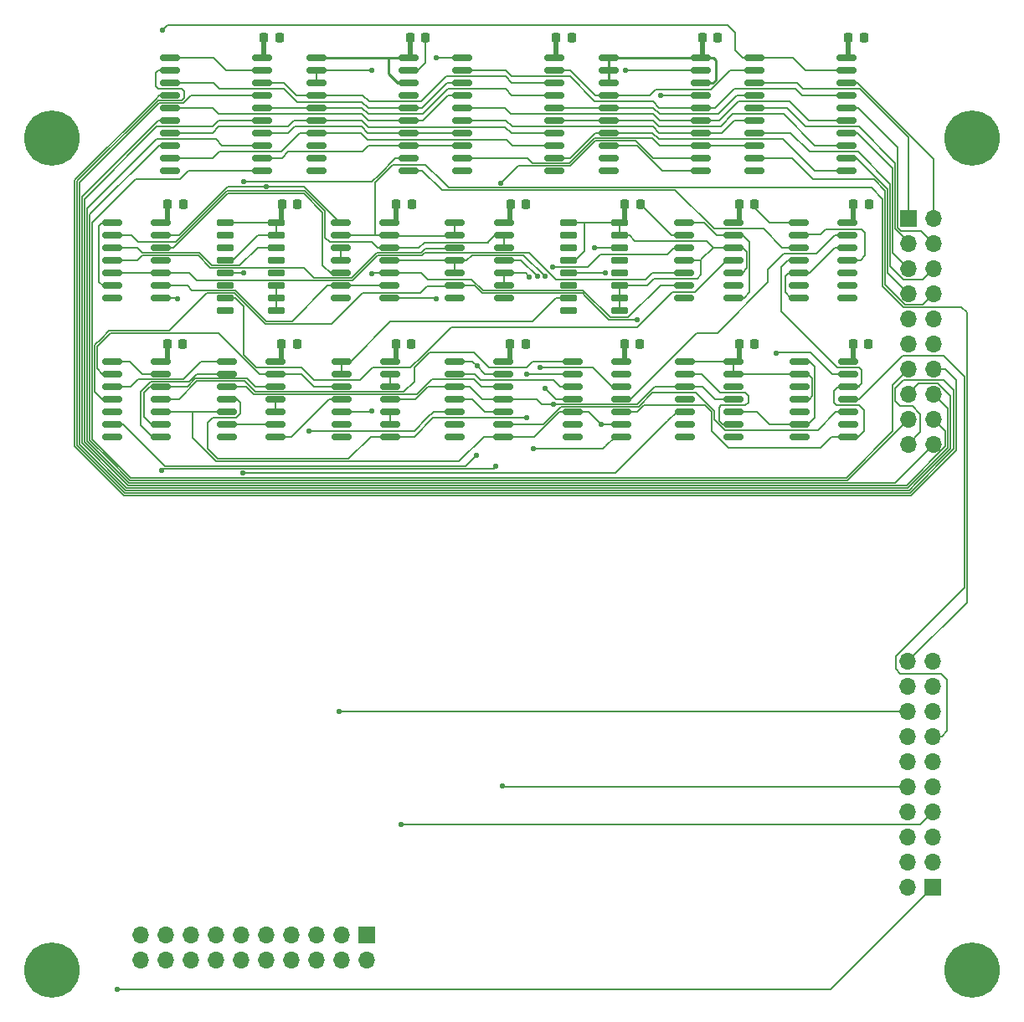
<source format=gbr>
G04 #@! TF.GenerationSoftware,KiCad,Pcbnew,(6.0.5)*
G04 #@! TF.CreationDate,2022-09-14T22:51:16+02:00*
G04 #@! TF.ProjectId,B3,42332e6b-6963-4616-945f-706362585858,rev?*
G04 #@! TF.SameCoordinates,Original*
G04 #@! TF.FileFunction,Copper,L1,Top*
G04 #@! TF.FilePolarity,Positive*
%FSLAX46Y46*%
G04 Gerber Fmt 4.6, Leading zero omitted, Abs format (unit mm)*
G04 Created by KiCad (PCBNEW (6.0.5)) date 2022-09-14 22:51:16*
%MOMM*%
%LPD*%
G01*
G04 APERTURE LIST*
G04 Aperture macros list*
%AMRoundRect*
0 Rectangle with rounded corners*
0 $1 Rounding radius*
0 $2 $3 $4 $5 $6 $7 $8 $9 X,Y pos of 4 corners*
0 Add a 4 corners polygon primitive as box body*
4,1,4,$2,$3,$4,$5,$6,$7,$8,$9,$2,$3,0*
0 Add four circle primitives for the rounded corners*
1,1,$1+$1,$2,$3*
1,1,$1+$1,$4,$5*
1,1,$1+$1,$6,$7*
1,1,$1+$1,$8,$9*
0 Add four rect primitives between the rounded corners*
20,1,$1+$1,$2,$3,$4,$5,0*
20,1,$1+$1,$4,$5,$6,$7,0*
20,1,$1+$1,$6,$7,$8,$9,0*
20,1,$1+$1,$8,$9,$2,$3,0*%
G04 Aperture macros list end*
G04 #@! TA.AperFunction,SMDPad,CuDef*
%ADD10RoundRect,0.225000X-0.225000X-0.250000X0.225000X-0.250000X0.225000X0.250000X-0.225000X0.250000X0*%
G04 #@! TD*
G04 #@! TA.AperFunction,SMDPad,CuDef*
%ADD11RoundRect,0.150000X-0.825000X-0.150000X0.825000X-0.150000X0.825000X0.150000X-0.825000X0.150000X0*%
G04 #@! TD*
G04 #@! TA.AperFunction,SMDPad,CuDef*
%ADD12RoundRect,0.150000X-0.725000X-0.150000X0.725000X-0.150000X0.725000X0.150000X-0.725000X0.150000X0*%
G04 #@! TD*
G04 #@! TA.AperFunction,SMDPad,CuDef*
%ADD13RoundRect,0.150000X-0.875000X-0.150000X0.875000X-0.150000X0.875000X0.150000X-0.875000X0.150000X0*%
G04 #@! TD*
G04 #@! TA.AperFunction,ComponentPad*
%ADD14R,1.700000X1.700000*%
G04 #@! TD*
G04 #@! TA.AperFunction,ComponentPad*
%ADD15O,1.700000X1.700000*%
G04 #@! TD*
G04 #@! TA.AperFunction,ComponentPad*
%ADD16C,5.600000*%
G04 #@! TD*
G04 #@! TA.AperFunction,ViaPad*
%ADD17C,0.560000*%
G04 #@! TD*
G04 #@! TA.AperFunction,Conductor*
%ADD18C,0.127000*%
G04 #@! TD*
G04 #@! TA.AperFunction,Conductor*
%ADD19C,0.500000*%
G04 #@! TD*
G04 #@! TA.AperFunction,Conductor*
%ADD20C,0.254000*%
G04 #@! TD*
G04 APERTURE END LIST*
D10*
X172896665Y-63570000D03*
X174446665Y-63570000D03*
X183945000Y-46740000D03*
X185495000Y-46740000D03*
D11*
X121059999Y-79490000D03*
X121059999Y-80760000D03*
X121059999Y-82030000D03*
X121059999Y-83300000D03*
X121059999Y-84570000D03*
X121059999Y-85840000D03*
X121059999Y-87110000D03*
X126009999Y-87110000D03*
X126009999Y-85840000D03*
X126009999Y-84570000D03*
X126009999Y-83300000D03*
X126009999Y-82030000D03*
X126009999Y-80760000D03*
X126009999Y-79490000D03*
D10*
X126625000Y-77700000D03*
X128175000Y-77700000D03*
D12*
X120938333Y-65465000D03*
X120938333Y-66735000D03*
X120938333Y-68005000D03*
X120938333Y-69275000D03*
X120938333Y-70545000D03*
X120938333Y-71815000D03*
X120938333Y-73085000D03*
X120938333Y-74355000D03*
X126088333Y-74355000D03*
X126088333Y-73085000D03*
X126088333Y-71815000D03*
X126088333Y-70545000D03*
X126088333Y-69275000D03*
X126088333Y-68005000D03*
X126088333Y-66735000D03*
X126088333Y-65465000D03*
D10*
X139612500Y-46740000D03*
X141162500Y-46740000D03*
D13*
X130125000Y-48765000D03*
X130125000Y-50035000D03*
X130125000Y-51305000D03*
X130125000Y-52575000D03*
X130125000Y-53845000D03*
X130125000Y-55115000D03*
X130125000Y-56385000D03*
X130125000Y-57655000D03*
X130125000Y-58925000D03*
X130125000Y-60195000D03*
X139425000Y-60195000D03*
X139425000Y-58925000D03*
X139425000Y-57655000D03*
X139425000Y-56385000D03*
X139425000Y-55115000D03*
X139425000Y-53845000D03*
X139425000Y-52575000D03*
X139425000Y-51305000D03*
X139425000Y-50035000D03*
X139425000Y-48765000D03*
D10*
X126663333Y-63570000D03*
X128213333Y-63570000D03*
D13*
X115350000Y-48765000D03*
X115350000Y-50035000D03*
X115350000Y-51305000D03*
X115350000Y-52575000D03*
X115350000Y-53845000D03*
X115350000Y-55115000D03*
X115350000Y-56385000D03*
X115350000Y-57655000D03*
X115350000Y-58925000D03*
X115350000Y-60195000D03*
X124650000Y-60195000D03*
X124650000Y-58925000D03*
X124650000Y-57655000D03*
X124650000Y-56385000D03*
X124650000Y-55115000D03*
X124650000Y-53845000D03*
X124650000Y-52575000D03*
X124650000Y-51305000D03*
X124650000Y-50035000D03*
X124650000Y-48765000D03*
D11*
X178891666Y-65420000D03*
X178891666Y-66690000D03*
X178891666Y-67960000D03*
X178891666Y-69230000D03*
X178891666Y-70500000D03*
X178891666Y-71770000D03*
X178891666Y-73040000D03*
X183841666Y-73040000D03*
X183841666Y-71770000D03*
X183841666Y-70500000D03*
X183841666Y-69230000D03*
X183841666Y-67960000D03*
X183841666Y-66690000D03*
X183841666Y-65420000D03*
D10*
X124835000Y-46740000D03*
X126385000Y-46740000D03*
X138221666Y-63570000D03*
X139771666Y-63570000D03*
D11*
X167328333Y-65420000D03*
X167328333Y-66690000D03*
X167328333Y-67960000D03*
X167328333Y-69230000D03*
X167328333Y-70500000D03*
X167328333Y-71770000D03*
X167328333Y-73040000D03*
X172278333Y-73040000D03*
X172278333Y-71770000D03*
X172278333Y-70500000D03*
X172278333Y-69230000D03*
X172278333Y-67960000D03*
X172278333Y-66690000D03*
X172278333Y-65420000D03*
D10*
X149745000Y-77700000D03*
X151295000Y-77700000D03*
D11*
X109475000Y-79490000D03*
X109475000Y-80760000D03*
X109475000Y-82030000D03*
X109475000Y-83300000D03*
X109475000Y-84570000D03*
X109475000Y-85840000D03*
X109475000Y-87110000D03*
X114425000Y-87110000D03*
X114425000Y-85840000D03*
X114425000Y-84570000D03*
X114425000Y-83300000D03*
X114425000Y-82030000D03*
X114425000Y-80760000D03*
X114425000Y-79490000D03*
D13*
X159675000Y-48765000D03*
X159675000Y-50035000D03*
X159675000Y-51305000D03*
X159675000Y-52575000D03*
X159675000Y-53845000D03*
X159675000Y-55115000D03*
X159675000Y-56385000D03*
X159675000Y-57655000D03*
X159675000Y-58925000D03*
X159675000Y-60195000D03*
X168975000Y-60195000D03*
X168975000Y-58925000D03*
X168975000Y-57655000D03*
X168975000Y-56385000D03*
X168975000Y-55115000D03*
X168975000Y-53845000D03*
X168975000Y-52575000D03*
X168975000Y-51305000D03*
X168975000Y-50035000D03*
X168975000Y-48765000D03*
D11*
X156021000Y-79490000D03*
X156021000Y-80760000D03*
X156021000Y-82030000D03*
X156021000Y-83300000D03*
X156021000Y-84570000D03*
X156021000Y-85840000D03*
X156021000Y-87110000D03*
X160971000Y-87110000D03*
X160971000Y-85840000D03*
X160971000Y-84570000D03*
X160971000Y-83300000D03*
X160971000Y-82030000D03*
X160971000Y-80760000D03*
X160971000Y-79490000D03*
X144083000Y-79490000D03*
X144083000Y-80760000D03*
X144083000Y-82030000D03*
X144083000Y-83300000D03*
X144083000Y-84570000D03*
X144083000Y-85840000D03*
X144083000Y-87110000D03*
X149033000Y-87110000D03*
X149033000Y-85840000D03*
X149033000Y-84570000D03*
X149033000Y-83300000D03*
X149033000Y-82030000D03*
X149033000Y-80760000D03*
X149033000Y-79490000D03*
D10*
X184425000Y-77700000D03*
X185975000Y-77700000D03*
D11*
X178984999Y-79490000D03*
X178984999Y-80760000D03*
X178984999Y-82030000D03*
X178984999Y-83300000D03*
X178984999Y-84570000D03*
X178984999Y-85840000D03*
X178984999Y-87110000D03*
X183934999Y-87110000D03*
X183934999Y-85840000D03*
X183934999Y-84570000D03*
X183934999Y-83300000D03*
X183934999Y-82030000D03*
X183934999Y-80760000D03*
X183934999Y-79490000D03*
D14*
X190000000Y-65000000D03*
D15*
X192540000Y-65000000D03*
X190000000Y-67540000D03*
X192540000Y-67540000D03*
X190000000Y-70080000D03*
X192540000Y-70080000D03*
X190000000Y-72620000D03*
X192540000Y-72620000D03*
X190000000Y-75160000D03*
X192540000Y-75160000D03*
X190000000Y-77700000D03*
X192540000Y-77700000D03*
X190000000Y-80240000D03*
X192540000Y-80240000D03*
X190000000Y-82780000D03*
X192540000Y-82780000D03*
X190000000Y-85320000D03*
X192540000Y-85320000D03*
X190000000Y-87860000D03*
X192540000Y-87860000D03*
D11*
X144130000Y-65470000D03*
X144130000Y-66740000D03*
X144130000Y-68010000D03*
X144130000Y-69280000D03*
X144130000Y-70550000D03*
X144130000Y-71820000D03*
X144130000Y-73090000D03*
X149080000Y-73090000D03*
X149080000Y-71820000D03*
X149080000Y-70550000D03*
X149080000Y-69280000D03*
X149080000Y-68010000D03*
X149080000Y-66740000D03*
X149080000Y-65470000D03*
D10*
X184455000Y-63570000D03*
X186005000Y-63570000D03*
D11*
X109475000Y-65480000D03*
X109475000Y-66750000D03*
X109475000Y-68020000D03*
X109475000Y-69290000D03*
X109475000Y-70560000D03*
X109475000Y-71830000D03*
X109475000Y-73100000D03*
X114425000Y-73100000D03*
X114425000Y-71830000D03*
X114425000Y-70560000D03*
X114425000Y-69290000D03*
X114425000Y-68020000D03*
X114425000Y-66750000D03*
X114425000Y-65480000D03*
D10*
X149779999Y-63570000D03*
X151329999Y-63570000D03*
X172865000Y-77700000D03*
X174415000Y-77700000D03*
D12*
X155645000Y-65465000D03*
X155645000Y-66735000D03*
X155645000Y-68005000D03*
X155645000Y-69275000D03*
X155645000Y-70545000D03*
X155645000Y-71815000D03*
X155645000Y-73085000D03*
X155645000Y-74355000D03*
X160795000Y-74355000D03*
X160795000Y-73085000D03*
X160795000Y-71815000D03*
X160795000Y-70545000D03*
X160795000Y-69275000D03*
X160795000Y-68005000D03*
X160795000Y-66735000D03*
X160795000Y-65465000D03*
D10*
X115105000Y-63570000D03*
X116655000Y-63570000D03*
X161305000Y-77700000D03*
X162855000Y-77700000D03*
D13*
X174450000Y-48765000D03*
X174450000Y-50035000D03*
X174450000Y-51305000D03*
X174450000Y-52575000D03*
X174450000Y-53845000D03*
X174450000Y-55115000D03*
X174450000Y-56385000D03*
X174450000Y-57655000D03*
X174450000Y-58925000D03*
X174450000Y-60195000D03*
X183750000Y-60195000D03*
X183750000Y-58925000D03*
X183750000Y-57655000D03*
X183750000Y-56385000D03*
X183750000Y-55115000D03*
X183750000Y-53845000D03*
X183750000Y-52575000D03*
X183750000Y-51305000D03*
X183750000Y-50035000D03*
X183750000Y-48765000D03*
D14*
X192500000Y-132660000D03*
D15*
X189960000Y-132660000D03*
X192500000Y-130120000D03*
X189960000Y-130120000D03*
X192500000Y-127580000D03*
X189960000Y-127580000D03*
X192500000Y-125040000D03*
X189960000Y-125040000D03*
X192500000Y-122500000D03*
X189960000Y-122500000D03*
X192500000Y-119960000D03*
X189960000Y-119960000D03*
X192500000Y-117420000D03*
X189960000Y-117420000D03*
X192500000Y-114880000D03*
X189960000Y-114880000D03*
X192500000Y-112340000D03*
X189960000Y-112340000D03*
X192500000Y-109800000D03*
X189960000Y-109800000D03*
D10*
X115065000Y-77700000D03*
X116615000Y-77700000D03*
X138185000Y-77700000D03*
X139735000Y-77700000D03*
D13*
X144900000Y-48765000D03*
X144900000Y-50035000D03*
X144900000Y-51305000D03*
X144900000Y-52575000D03*
X144900000Y-53845000D03*
X144900000Y-55115000D03*
X144900000Y-56385000D03*
X144900000Y-57655000D03*
X144900000Y-58925000D03*
X144900000Y-60195000D03*
X154200000Y-60195000D03*
X154200000Y-58925000D03*
X154200000Y-57655000D03*
X154200000Y-56385000D03*
X154200000Y-55115000D03*
X154200000Y-53845000D03*
X154200000Y-52575000D03*
X154200000Y-51305000D03*
X154200000Y-50035000D03*
X154200000Y-48765000D03*
D11*
X167399995Y-79490000D03*
X167399995Y-80760000D03*
X167399995Y-82030000D03*
X167399995Y-83300000D03*
X167399995Y-84570000D03*
X167399995Y-85840000D03*
X167399995Y-87110000D03*
X172349995Y-87110000D03*
X172349995Y-85840000D03*
X172349995Y-84570000D03*
X172349995Y-83300000D03*
X172349995Y-82030000D03*
X172349995Y-80760000D03*
X172349995Y-79490000D03*
D10*
X161338332Y-63570000D03*
X162888332Y-63570000D03*
X154390000Y-46740000D03*
X155940000Y-46740000D03*
D16*
X103406802Y-56930538D03*
D11*
X132644998Y-79490000D03*
X132644998Y-80760000D03*
X132644998Y-82030000D03*
X132644998Y-83300000D03*
X132644998Y-84570000D03*
X132644998Y-85840000D03*
X132644998Y-87110000D03*
X137594998Y-87110000D03*
X137594998Y-85840000D03*
X137594998Y-84570000D03*
X137594998Y-83300000D03*
X137594998Y-82030000D03*
X137594998Y-80760000D03*
X137594998Y-79490000D03*
D14*
X135200000Y-137500000D03*
D15*
X135200000Y-140040000D03*
X132660000Y-137500000D03*
X132660000Y-140040000D03*
X130120000Y-137500000D03*
X130120000Y-140040000D03*
X127580000Y-137500000D03*
X127580000Y-140040000D03*
X125040000Y-137500000D03*
X125040000Y-140040000D03*
X122500000Y-137500000D03*
X122500000Y-140040000D03*
X119960000Y-137500000D03*
X119960000Y-140040000D03*
X117420000Y-137500000D03*
X117420000Y-140040000D03*
X114880000Y-137500000D03*
X114880000Y-140040000D03*
X112340000Y-137500000D03*
X112340000Y-140040000D03*
D16*
X103406802Y-141055538D03*
D11*
X132601666Y-65480000D03*
X132601666Y-66750000D03*
X132601666Y-68020000D03*
X132601666Y-69290000D03*
X132601666Y-70560000D03*
X132601666Y-71830000D03*
X132601666Y-73100000D03*
X137551666Y-73100000D03*
X137551666Y-71830000D03*
X137551666Y-70560000D03*
X137551666Y-69290000D03*
X137551666Y-68020000D03*
X137551666Y-66750000D03*
X137551666Y-65480000D03*
D10*
X169167500Y-46740000D03*
X170717500Y-46740000D03*
D16*
X196406802Y-56930538D03*
X196406802Y-141055538D03*
D17*
X162570000Y-75270000D03*
X160971000Y-80760000D03*
X109990000Y-143010000D03*
X109475000Y-84570000D03*
X178891666Y-71768334D03*
X178891666Y-82038334D03*
X179530000Y-66680000D03*
X138670000Y-126360000D03*
X138270000Y-80760000D03*
X148900000Y-122470000D03*
X149080000Y-68000000D03*
X132450000Y-114910000D03*
X132601666Y-70560000D03*
X167399995Y-83300000D03*
X115040000Y-77840000D03*
X115090000Y-63677500D03*
X161300000Y-63687500D03*
X184450000Y-77697500D03*
X126088333Y-74355000D03*
X130130000Y-58920000D03*
X139590000Y-46967500D03*
X183890000Y-46700000D03*
X149720000Y-63667500D03*
X169140000Y-46957500D03*
X144083000Y-83300000D03*
X149720000Y-77697500D03*
X154350000Y-46967500D03*
X184430000Y-63617500D03*
X138220000Y-63697500D03*
X172865000Y-77700000D03*
X172870000Y-63637500D03*
X161305000Y-77700000D03*
X124800000Y-46957500D03*
X126550000Y-77637500D03*
X138160000Y-77697500D03*
X159640000Y-58910000D03*
X126610000Y-63677500D03*
X155960000Y-46770000D03*
X186000000Y-63570000D03*
X159640000Y-60180000D03*
X128260000Y-63590000D03*
X185950000Y-77710000D03*
X144070000Y-87120000D03*
X130120000Y-60200000D03*
X170720000Y-46730000D03*
X109450000Y-73110000D03*
X156000000Y-87110000D03*
X155640000Y-74360000D03*
X144900000Y-60200000D03*
X178220000Y-73040000D03*
X139770000Y-63550000D03*
X174450000Y-63570000D03*
X167400000Y-87110000D03*
X185490000Y-46710000D03*
X174480000Y-77710000D03*
X120920000Y-74350000D03*
X172350000Y-82030000D03*
X133300000Y-87110000D03*
X141160000Y-46750000D03*
X128140000Y-77680000D03*
X167330000Y-73040000D03*
X116560000Y-77680000D03*
X174440000Y-60200000D03*
X178340000Y-87110000D03*
X151320000Y-77710000D03*
X121050000Y-87120000D03*
X162900000Y-63570000D03*
X126380000Y-46770000D03*
X144130000Y-73090000D03*
X151290000Y-63540000D03*
X162840000Y-77760000D03*
X139700000Y-77710000D03*
X115350000Y-60195000D03*
X116710000Y-63590000D03*
X133220000Y-73080000D03*
X109430000Y-87140000D03*
X125039989Y-61790011D03*
X154200000Y-60195000D03*
X154060000Y-69930000D03*
X154070000Y-83810000D03*
X137551666Y-71830000D03*
X137594998Y-84570000D03*
X122800000Y-61320000D03*
X122720000Y-90783520D03*
X122800000Y-70570000D03*
X176590000Y-78630000D03*
X158920000Y-85830000D03*
X161390000Y-50060000D03*
X114425000Y-80760000D03*
X148250000Y-85840000D03*
X148260000Y-90140000D03*
X114520000Y-90510000D03*
X164930000Y-52590000D03*
X142240000Y-48768000D03*
X142240000Y-73152000D03*
X114554000Y-45974000D03*
X114425000Y-69290000D03*
X135760000Y-50050000D03*
X135750000Y-84550000D03*
X135750000Y-70590000D03*
X151420000Y-85160000D03*
X151420000Y-80790000D03*
X158230000Y-67960000D03*
X156670000Y-85840000D03*
X126009999Y-82030000D03*
X129360000Y-86550000D03*
X146360000Y-79940000D03*
X146290000Y-88960000D03*
X116090000Y-48760000D03*
X116120000Y-73130000D03*
X153250000Y-70920000D03*
X153260000Y-82230000D03*
X151670000Y-70940000D03*
X152090000Y-88350000D03*
X152710000Y-80140000D03*
X152480000Y-70920000D03*
X159390000Y-70560000D03*
X160300000Y-84570000D03*
X148730000Y-61450000D03*
X149620000Y-73070000D03*
D18*
X171640000Y-69230000D02*
X172278333Y-69230000D01*
X168410000Y-72460000D02*
X171640000Y-69230000D01*
X162550000Y-76020000D02*
X166110000Y-72460000D01*
X143771468Y-76020000D02*
X162550000Y-76020000D01*
X166110000Y-72460000D02*
X168410000Y-72460000D01*
X140855734Y-78935734D02*
X143771468Y-76020000D01*
X139661469Y-80130000D02*
X140855734Y-78935734D01*
X135781468Y-80130000D02*
X139661469Y-80130000D01*
X128610000Y-80110000D02*
X129900000Y-81400000D01*
X124068532Y-80110000D02*
X128610000Y-80110000D01*
X122775000Y-78816468D02*
X124068532Y-80110000D01*
X122775000Y-73955000D02*
X122775000Y-78816468D01*
X129900000Y-81400000D02*
X134511468Y-81400000D01*
X121905000Y-73085000D02*
X122775000Y-73955000D01*
X134511468Y-81400000D02*
X135781468Y-80130000D01*
X120938333Y-73085000D02*
X121905000Y-73085000D01*
X159822406Y-75027594D02*
X161662406Y-75027594D01*
X161662406Y-75027594D02*
X164920000Y-71770000D01*
X164920000Y-71770000D02*
X167328333Y-71770000D01*
X157262406Y-72467594D02*
X159822406Y-75027594D01*
X195890000Y-103870000D02*
X189960000Y-109800000D01*
X195890000Y-74540000D02*
X195890000Y-103870000D01*
X189524988Y-73983520D02*
X195333520Y-73983520D01*
X187409440Y-71867972D02*
X189524988Y-73983520D01*
X186250011Y-61920011D02*
X187409440Y-63079440D01*
X143490011Y-61920011D02*
X186250011Y-61920011D01*
X187409440Y-63079440D02*
X187409440Y-71867972D01*
X195333520Y-73983520D02*
X195890000Y-74540000D01*
X143315000Y-61745000D02*
X143490011Y-61920011D01*
X164185531Y-58925000D02*
X168975000Y-58925000D01*
X162810520Y-57549989D02*
X164185531Y-58925000D01*
X162389072Y-57128540D02*
X162810520Y-57549989D01*
X158349992Y-57128540D02*
X162389072Y-57128540D01*
X155809992Y-59668540D02*
X158349992Y-57128540D01*
X150511460Y-59668540D02*
X155809992Y-59668540D01*
X148730000Y-61450000D02*
X150511460Y-59668540D01*
X158244980Y-56875020D02*
X158894980Y-56875020D01*
X151955020Y-59415020D02*
X155704980Y-59415020D01*
X151465000Y-58925000D02*
X151955020Y-59415020D01*
X144900000Y-58925000D02*
X151465000Y-58925000D01*
X158894980Y-56875020D02*
X164105020Y-56875020D01*
X158243512Y-56875020D02*
X158894980Y-56875020D01*
X155704980Y-59415020D02*
X158244980Y-56875020D01*
X164885000Y-57655000D02*
X165475000Y-57655000D01*
X164105020Y-56875020D02*
X164885000Y-57655000D01*
X165475000Y-57655000D02*
X168975000Y-57655000D01*
X177260000Y-67960000D02*
X178891666Y-67960000D01*
X175380000Y-66080000D02*
X177260000Y-67960000D01*
X170324532Y-66080000D02*
X175380000Y-66080000D01*
X166418063Y-62173531D02*
X170324532Y-66080000D01*
X142823531Y-62173531D02*
X166418063Y-62173531D01*
X140845000Y-60195000D02*
X142823531Y-62173531D01*
X139425000Y-60195000D02*
X140845000Y-60195000D01*
X142810000Y-61240000D02*
X143315000Y-61745000D01*
X136030000Y-61388532D02*
X136979266Y-60439266D01*
X137828532Y-59590000D02*
X139150000Y-59590000D01*
X141160000Y-59590000D02*
X142810000Y-61240000D01*
X136979266Y-60439266D02*
X137828532Y-59590000D01*
X136030000Y-66750000D02*
X136030000Y-61388532D01*
X136030000Y-66750000D02*
X137551666Y-66750000D01*
X139150000Y-59590000D02*
X141160000Y-59590000D01*
X132601666Y-66750000D02*
X136030000Y-66750000D01*
X172278333Y-67960000D02*
X173212960Y-67960000D01*
X173696480Y-68443520D02*
X173696480Y-70016480D01*
X173212960Y-67960000D02*
X173696480Y-68443520D01*
X173212960Y-70500000D02*
X173696480Y-70016480D01*
X172278333Y-70500000D02*
X173212960Y-70500000D01*
X162558886Y-75281114D02*
X162570000Y-75270000D01*
X159841114Y-75281114D02*
X162558886Y-75281114D01*
X159717395Y-75281114D02*
X159841114Y-75281114D01*
X152010000Y-79490000D02*
X156021000Y-79490000D01*
X151400000Y-80100000D02*
X152010000Y-79490000D01*
X147620000Y-80100000D02*
X151400000Y-80100000D01*
X146080000Y-78560000D02*
X147620000Y-80100000D01*
X141590000Y-78560000D02*
X146080000Y-78560000D01*
X140010000Y-80140000D02*
X141590000Y-78560000D01*
X118014992Y-81503540D02*
X122872072Y-81503540D01*
X122872072Y-81503540D02*
X123924992Y-82556460D01*
X123924992Y-82556460D02*
X138963540Y-82556460D01*
X116218532Y-83300000D02*
X118014992Y-81503540D01*
X138963540Y-82556460D02*
X140010000Y-81510000D01*
X114425000Y-83300000D02*
X116218532Y-83300000D01*
X140010000Y-81510000D02*
X140010000Y-80140000D01*
X132644998Y-79490000D02*
X133620000Y-79490000D01*
X139230000Y-75480000D02*
X151970000Y-75480000D01*
X133620000Y-79490000D02*
X137630000Y-75480000D01*
X137630000Y-75480000D02*
X139230000Y-75480000D01*
X144180000Y-65520000D02*
X144130000Y-65470000D01*
X110732000Y-143002000D02*
X182158000Y-143002000D01*
X110732000Y-143002000D02*
X109998000Y-143002000D01*
X182158000Y-143002000D02*
X192500000Y-132660000D01*
X109998000Y-143002000D02*
X109990000Y-143010000D01*
X178900000Y-82030000D02*
X178891666Y-82038334D01*
X178984999Y-82030000D02*
X178900000Y-82030000D01*
X179530000Y-66680000D02*
X181140000Y-66680000D01*
X185273540Y-66163540D02*
X185600000Y-66490000D01*
X181656460Y-66163540D02*
X185273540Y-66163540D01*
X181140000Y-66680000D02*
X181656460Y-66163540D01*
X185600000Y-66490000D02*
X185600000Y-68780000D01*
X185150000Y-69230000D02*
X183841666Y-69230000D01*
X185600000Y-68780000D02*
X185150000Y-69230000D01*
X137594998Y-80760000D02*
X137594998Y-82030000D01*
X192500000Y-125040000D02*
X191190000Y-126350000D01*
X189390000Y-126350000D02*
X138490000Y-126350000D01*
X191190000Y-126350000D02*
X189390000Y-126350000D01*
X140514000Y-68020000D02*
X141081385Y-67452615D01*
X136346000Y-68020000D02*
X137551666Y-68020000D01*
X147462615Y-67437385D02*
X148160000Y-66740000D01*
X111454000Y-66750000D02*
X112105493Y-67401493D01*
X148930000Y-122500000D02*
X148900000Y-122470000D01*
X149080000Y-66740000D02*
X149080000Y-68000000D01*
X131000000Y-64308532D02*
X131000000Y-66942986D01*
X189960000Y-122500000D02*
X148930000Y-122500000D01*
X112105493Y-67401493D02*
X115958507Y-67401493D01*
X128951490Y-62260022D02*
X131000000Y-64308532D01*
X109475000Y-66750000D02*
X111454000Y-66750000D01*
X115958507Y-67401493D02*
X121099978Y-62260022D01*
X147462615Y-67452615D02*
X147462615Y-67437385D01*
X135727493Y-67401493D02*
X136346000Y-68020000D01*
X141081385Y-67452615D02*
X147462615Y-67452615D01*
X121099978Y-62260022D02*
X128951490Y-62260022D01*
X137551666Y-68020000D02*
X140514000Y-68020000D01*
X131000000Y-66942986D02*
X131458507Y-67401493D01*
X148160000Y-66740000D02*
X149080000Y-66740000D01*
X131458507Y-67401493D02*
X135727493Y-67401493D01*
X195636480Y-102383520D02*
X188720000Y-109300000D01*
X188720000Y-110600000D02*
X189190000Y-111070000D01*
X195636480Y-81046480D02*
X195636480Y-102383520D01*
X189390000Y-78960000D02*
X193550000Y-78960000D01*
X189190000Y-111070000D02*
X193330000Y-111070000D01*
X188720000Y-109300000D02*
X188720000Y-110600000D01*
X193330000Y-111070000D02*
X193920000Y-111660000D01*
X193390000Y-117420000D02*
X192500000Y-117420000D01*
X193550000Y-78960000D02*
X195636480Y-81046480D01*
X193920000Y-111660000D02*
X193920000Y-116890000D01*
X183934999Y-83300000D02*
X185050000Y-83300000D01*
X185050000Y-83300000D02*
X189390000Y-78960000D01*
X193920000Y-116890000D02*
X193390000Y-117420000D01*
X115698532Y-68020000D02*
X121204990Y-62513542D01*
X130746480Y-64413544D02*
X130746480Y-69746480D01*
X130746480Y-69746480D02*
X131560000Y-70560000D01*
X132480000Y-114880000D02*
X132450000Y-114910000D01*
X189960000Y-114880000D02*
X132480000Y-114880000D01*
X121204990Y-62513542D02*
X128846478Y-62513542D01*
X128846478Y-62513542D02*
X130746480Y-64413544D01*
X131560000Y-70560000D02*
X132601666Y-70560000D01*
X114425000Y-68020000D02*
X115698532Y-68020000D01*
X144135000Y-66810000D02*
X144135000Y-65540000D01*
X137611666Y-66810000D02*
X137551666Y-66750000D01*
X144135000Y-66810000D02*
X137611666Y-66810000D01*
X190000000Y-56830000D02*
X190000000Y-65000000D01*
X174450000Y-51305000D02*
X178705000Y-51305000D01*
X179320000Y-51920000D02*
X185090000Y-51920000D01*
X178705000Y-51305000D02*
X179320000Y-51920000D01*
X185090000Y-51920000D02*
X190000000Y-56830000D01*
X192540000Y-59011468D02*
X192540000Y-65000000D01*
X183750000Y-51305000D02*
X184833532Y-51305000D01*
X184833532Y-51305000D02*
X192540000Y-59011468D01*
X188686480Y-59426480D02*
X188686480Y-66065011D01*
X177745000Y-53845000D02*
X179630000Y-55730000D01*
X189921468Y-67300000D02*
X189940000Y-67300000D01*
X188686480Y-66065011D02*
X189921468Y-67300000D01*
X174450000Y-53845000D02*
X177745000Y-53845000D01*
X179630000Y-55730000D02*
X184990000Y-55730000D01*
X189940000Y-67300000D02*
X189940000Y-67480000D01*
X189940000Y-67480000D02*
X190000000Y-67540000D01*
X184990000Y-55730000D02*
X188686480Y-59426480D01*
X189280000Y-66300000D02*
X191300000Y-66300000D01*
X183750000Y-53845000D02*
X184925000Y-53845000D01*
X184925000Y-53845000D02*
X188940000Y-57860000D01*
X191300000Y-66300000D02*
X192540000Y-67540000D01*
X188940000Y-65960000D02*
X189280000Y-66300000D01*
X188940000Y-57860000D02*
X188940000Y-65960000D01*
X183750000Y-56385000D02*
X184855000Y-56385000D01*
X184855000Y-56385000D02*
X188432960Y-59962960D01*
X188432960Y-68512960D02*
X190000000Y-70080000D01*
X188432960Y-59962960D02*
X188432960Y-68512960D01*
X188170000Y-69870000D02*
X189490000Y-71190000D01*
X179990000Y-58280000D02*
X184900000Y-58280000D01*
X178095000Y-56385000D02*
X179990000Y-58280000D01*
X184900000Y-58280000D02*
X188170000Y-61550000D01*
X188170000Y-61550000D02*
X188170000Y-69870000D01*
X174450000Y-56385000D02*
X178095000Y-56385000D01*
X189490000Y-71190000D02*
X191430000Y-71190000D01*
X191430000Y-71190000D02*
X192540000Y-70080000D01*
X187916480Y-62086480D02*
X187916480Y-70536480D01*
X187916480Y-70536480D02*
X190000000Y-72620000D01*
X184755000Y-58925000D02*
X187916480Y-62086480D01*
X183750000Y-58925000D02*
X184755000Y-58925000D01*
X192540000Y-72620000D02*
X191430000Y-73730000D01*
X187662960Y-71762960D02*
X187662960Y-62217040D01*
X174450000Y-58925000D02*
X178245000Y-58925000D01*
X178245000Y-58925000D02*
X180380000Y-61060000D01*
X180380000Y-61060000D02*
X186505920Y-61060000D01*
X189630000Y-73730000D02*
X187662960Y-71762960D01*
X191430000Y-73730000D02*
X189630000Y-73730000D01*
X186505920Y-61060000D02*
X187662960Y-62217040D01*
D19*
X149204995Y-79487500D02*
X149715000Y-79487500D01*
D18*
X167328333Y-69230000D02*
X169020000Y-69230000D01*
D19*
X124795000Y-48747500D02*
X124800000Y-48742500D01*
X139585000Y-48757500D02*
X139590000Y-48752500D01*
X184450000Y-79482500D02*
X184450000Y-77697500D01*
D18*
X160795000Y-73085000D02*
X160795000Y-74355000D01*
D19*
X137704995Y-65487500D02*
X138215000Y-65487500D01*
X172354995Y-65427500D02*
X172865000Y-65427500D01*
X160971000Y-79490000D02*
X161310000Y-79490000D01*
D18*
X160795000Y-71815000D02*
X163555000Y-71815000D01*
D19*
X154345000Y-48757500D02*
X154350000Y-48752500D01*
X172349995Y-79490000D02*
X172860000Y-79490000D01*
X149715000Y-65457500D02*
X149720000Y-65452500D01*
X160784995Y-65477500D02*
X161295000Y-65477500D01*
D20*
X170265000Y-48765000D02*
X170530000Y-49030000D01*
D18*
X157215000Y-65465000D02*
X160795000Y-65465000D01*
X120938333Y-69275000D02*
X121695000Y-69275000D01*
X178984999Y-80760000D02*
X179870000Y-80760000D01*
X180310000Y-81200000D02*
X180310000Y-82980000D01*
X147140000Y-84570000D02*
X149033000Y-84570000D01*
D19*
X114524995Y-79507500D02*
X115035000Y-79507500D01*
X115035000Y-79507500D02*
X115040000Y-79502500D01*
D20*
X170530000Y-49030000D02*
X170530000Y-51041666D01*
D18*
X120938333Y-65465000D02*
X126088333Y-65465000D01*
D20*
X159675000Y-50035000D02*
X159675000Y-51305000D01*
D19*
X161300000Y-65472500D02*
X161300000Y-63687500D01*
X115090000Y-65462500D02*
X115090000Y-63677500D01*
X138215000Y-65487500D02*
X138220000Y-65482500D01*
D18*
X169640000Y-67310000D02*
X170290000Y-67960000D01*
D20*
X137405000Y-48765000D02*
X139425000Y-48765000D01*
D19*
X183890000Y-48752500D02*
X183885000Y-48757500D01*
D18*
X170290000Y-67960000D02*
X172278333Y-67960000D01*
X160795000Y-71815000D02*
X160795000Y-73085000D01*
D19*
X169135000Y-48747500D02*
X169140000Y-48742500D01*
X115040000Y-79502500D02*
X115040000Y-77840000D01*
D18*
X155645000Y-69275000D02*
X156265000Y-69275000D01*
D19*
X115085000Y-65467500D02*
X115090000Y-65462500D01*
D20*
X126625000Y-77700000D02*
X126612500Y-77700000D01*
D19*
X126550000Y-77670000D02*
X126550000Y-77637500D01*
X126034995Y-79427500D02*
X126545000Y-79427500D01*
X161310000Y-79490000D02*
X161310000Y-77705000D01*
X161310000Y-77705000D02*
X161305000Y-77700000D01*
D18*
X162350000Y-67310000D02*
X169640000Y-67310000D01*
D19*
X161295000Y-65477500D02*
X161300000Y-65472500D01*
D18*
X155645000Y-65465000D02*
X157215000Y-65465000D01*
X126088333Y-73085000D02*
X126088333Y-74355000D01*
D20*
X138325000Y-51305000D02*
X137405000Y-50385000D01*
D18*
X160795000Y-66735000D02*
X160795000Y-65465000D01*
X169040000Y-70710000D02*
X169040000Y-69210000D01*
D19*
X183890000Y-46700000D02*
X183890000Y-48752500D01*
D18*
X169040000Y-69210000D02*
X170290000Y-67960000D01*
D19*
X172865000Y-79485000D02*
X172865000Y-77700000D01*
D18*
X121695000Y-69275000D02*
X124235000Y-66735000D01*
X164250000Y-71120000D02*
X168630000Y-71120000D01*
D19*
X169140000Y-48742500D02*
X169140000Y-46957500D01*
D18*
X156265000Y-69275000D02*
X157215000Y-68325000D01*
D19*
X183914995Y-65407500D02*
X184425000Y-65407500D01*
D20*
X159675000Y-48765000D02*
X168975000Y-48765000D01*
D19*
X138220000Y-65482500D02*
X138220000Y-63697500D01*
X138155000Y-79487500D02*
X138160000Y-79482500D01*
X126605000Y-65467500D02*
X126610000Y-65462500D01*
D18*
X124235000Y-66735000D02*
X126088333Y-66735000D01*
X159675000Y-58925000D02*
X159655000Y-58925000D01*
D19*
X115040000Y-77840000D02*
X115040000Y-77717500D01*
X172860000Y-79490000D02*
X172865000Y-79485000D01*
D18*
X168630000Y-71120000D02*
X169040000Y-70710000D01*
D19*
X149720000Y-79482500D02*
X149720000Y-77697500D01*
D18*
X126088333Y-65465000D02*
X126088333Y-66735000D01*
D19*
X184425000Y-65407500D02*
X184430000Y-65402500D01*
X138160000Y-79482500D02*
X138160000Y-77697500D01*
D18*
X169020000Y-69230000D02*
X169040000Y-69210000D01*
X167399995Y-79490000D02*
X172349995Y-79490000D01*
X178984999Y-83300000D02*
X179990000Y-83300000D01*
D19*
X149204995Y-65457500D02*
X149715000Y-65457500D01*
D18*
X161775000Y-66735000D02*
X162350000Y-67310000D01*
D19*
X139590000Y-48752500D02*
X139590000Y-46967500D01*
X172865000Y-65427500D02*
X172870000Y-65422500D01*
D20*
X139425000Y-51305000D02*
X138325000Y-51305000D01*
X170530000Y-51041666D02*
X170215833Y-51355833D01*
X168975000Y-48765000D02*
X170265000Y-48765000D01*
X159675000Y-48765000D02*
X159675000Y-50035000D01*
D19*
X126545000Y-79427500D02*
X126550000Y-79422500D01*
D18*
X130125000Y-58925000D02*
X130130000Y-58920000D01*
X145870000Y-83300000D02*
X147140000Y-84570000D01*
X172349995Y-80760000D02*
X178984999Y-80760000D01*
D19*
X184430000Y-65402500D02*
X184430000Y-63617500D01*
D18*
X144083000Y-83300000D02*
X145870000Y-83300000D01*
D19*
X172870000Y-65422500D02*
X172870000Y-63637500D01*
D20*
X170215833Y-51355833D02*
X169025833Y-51355833D01*
X126612500Y-77700000D02*
X126550000Y-77637500D01*
D18*
X179870000Y-80760000D02*
X180310000Y-81200000D01*
X163555000Y-71815000D02*
X164250000Y-71120000D01*
X172349995Y-79490000D02*
X172349995Y-80760000D01*
D19*
X149720000Y-65452500D02*
X149720000Y-63667500D01*
X154350000Y-48752500D02*
X154350000Y-46967500D01*
D20*
X137405000Y-50385000D02*
X137405000Y-48765000D01*
D18*
X179990000Y-83300000D02*
X180310000Y-82980000D01*
X160795000Y-66735000D02*
X161775000Y-66735000D01*
D19*
X126094995Y-65467500D02*
X126605000Y-65467500D01*
D20*
X130125000Y-48765000D02*
X137405000Y-48765000D01*
X169025833Y-51355833D02*
X168975000Y-51305000D01*
D19*
X183934995Y-79487500D02*
X184445000Y-79487500D01*
X184445000Y-79487500D02*
X184450000Y-79482500D01*
D18*
X159655000Y-58925000D02*
X159640000Y-58910000D01*
X157215000Y-68325000D02*
X157215000Y-65465000D01*
D19*
X149715000Y-79487500D02*
X149720000Y-79482500D01*
X124800000Y-48742500D02*
X124800000Y-46957500D01*
D18*
X126088333Y-71815000D02*
X126088333Y-73085000D01*
D19*
X126610000Y-65462500D02*
X126610000Y-63677500D01*
X126550000Y-79422500D02*
X126550000Y-77670000D01*
X114574995Y-65467500D02*
X115085000Y-65467500D01*
X137644995Y-79487500D02*
X138155000Y-79487500D01*
D18*
X159675000Y-60195000D02*
X159655000Y-60195000D01*
X178220000Y-73040000D02*
X178090000Y-73040000D01*
X133200000Y-73100000D02*
X133220000Y-73080000D01*
X178090000Y-73040000D02*
X177550000Y-72500000D01*
X178891666Y-73040000D02*
X178220000Y-73040000D01*
X177550000Y-70850000D02*
X177900000Y-70500000D01*
X177900000Y-70500000D02*
X178891666Y-70500000D01*
X141160000Y-49270000D02*
X141160000Y-46750000D01*
X172349995Y-82030000D02*
X172350000Y-82030000D01*
X180010000Y-70500000D02*
X182550000Y-67960000D01*
X159655000Y-60195000D02*
X159640000Y-60180000D01*
X178891666Y-70500000D02*
X180010000Y-70500000D01*
X178891666Y-65420000D02*
X175970000Y-65420000D01*
X130125000Y-60195000D02*
X130120000Y-60200000D01*
X139425000Y-50035000D02*
X140395000Y-50035000D01*
X132601666Y-73100000D02*
X133200000Y-73100000D01*
X167328333Y-66690000D02*
X166020000Y-66690000D01*
X174450000Y-63900000D02*
X174450000Y-63570000D01*
X166020000Y-66690000D02*
X162900000Y-63570000D01*
X182550000Y-67960000D02*
X183841666Y-67960000D01*
X177550000Y-72500000D02*
X177550000Y-70850000D01*
X140395000Y-50035000D02*
X141160000Y-49270000D01*
X175970000Y-65420000D02*
X174450000Y-63900000D01*
X117195000Y-60195000D02*
X116320000Y-61070000D01*
X188390000Y-81850000D02*
X190000000Y-80240000D01*
X107470000Y-65470000D02*
X107470000Y-87350000D01*
X107470000Y-87350000D02*
X111373531Y-91253531D01*
X124650000Y-60195000D02*
X117195000Y-60195000D01*
X183707937Y-91253531D02*
X188390000Y-86571468D01*
X111870000Y-61070000D02*
X107470000Y-65470000D01*
X188390000Y-86571468D02*
X188390000Y-81850000D01*
X116320000Y-61070000D02*
X111870000Y-61070000D01*
X111373531Y-91253531D02*
X183707937Y-91253531D01*
X191544273Y-91764273D02*
X194843511Y-88465035D01*
X105680000Y-88077064D02*
X110642936Y-93040000D01*
X110642936Y-93040000D02*
X190268545Y-93040000D01*
X190268545Y-93040000D02*
X191544273Y-91764273D01*
X194843511Y-81341430D02*
X193742081Y-80240000D01*
X194843511Y-88465035D02*
X194843511Y-87183511D01*
X113856480Y-52974989D02*
X105680000Y-61151469D01*
X193742081Y-80240000D02*
X192540000Y-80240000D01*
X115350000Y-52575000D02*
X114256468Y-52575000D01*
X105680000Y-61151469D02*
X105680000Y-88077064D01*
X194843511Y-87183511D02*
X194843511Y-81341430D01*
X114256468Y-52575000D02*
X113856480Y-52974989D01*
X106192960Y-87872960D02*
X110846534Y-92526534D01*
X114206489Y-53343511D02*
X106192960Y-61357040D01*
X116665007Y-53333511D02*
X116655007Y-53333511D01*
X106192960Y-61357040D02*
X106192960Y-87872960D01*
X190880741Y-91710741D02*
X194276489Y-88314993D01*
X110846534Y-92526534D02*
X190064948Y-92526534D01*
X191046489Y-81733511D02*
X190000000Y-82780000D01*
X193004993Y-81733511D02*
X191046489Y-81733511D01*
X117423518Y-52575000D02*
X116665007Y-53333511D01*
X194276489Y-88314993D02*
X194276489Y-83005007D01*
X116645007Y-53343511D02*
X114206489Y-53343511D01*
X194276489Y-83005007D02*
X193004993Y-81733511D01*
X116655007Y-53333511D02*
X116645007Y-53343511D01*
X124650000Y-52575000D02*
X117423518Y-52575000D01*
X190064948Y-92526534D02*
X190880741Y-91710741D01*
X106446480Y-87760608D02*
X110958888Y-92273014D01*
X189959950Y-92273014D02*
X194022978Y-88209986D01*
X115350000Y-55115000D02*
X114135000Y-55115000D01*
X114135000Y-55115000D02*
X106446480Y-62803520D01*
X110958888Y-92273014D02*
X189959950Y-92273014D01*
X106446480Y-62803520D02*
X106446480Y-87760608D01*
X194022978Y-88209986D02*
X194022978Y-84262978D01*
X194022978Y-84262978D02*
X192540000Y-82780000D01*
X109275734Y-89514266D02*
X111040734Y-91279266D01*
X107216480Y-64653520D02*
X107216480Y-87455012D01*
X111273922Y-91512454D02*
X111040734Y-91279266D01*
X115350000Y-57655000D02*
X114215000Y-57655000D01*
X111040734Y-91279266D02*
X111268520Y-91507051D01*
X107216480Y-87455012D02*
X109275734Y-89514266D01*
X183807546Y-91512454D02*
X111273922Y-91512454D01*
X190000000Y-85320000D02*
X183807546Y-91512454D01*
X114215000Y-57655000D02*
X107216480Y-64653520D01*
X124650000Y-55115000D02*
X120265000Y-55115000D01*
X114000000Y-55760000D02*
X106700000Y-63060000D01*
X193769467Y-88104979D02*
X193769468Y-86549468D01*
X119620000Y-55760000D02*
X114000000Y-55760000D01*
X193769468Y-86549468D02*
X192540000Y-85320000D01*
X106700000Y-87655596D02*
X111063899Y-92019494D01*
X106700000Y-63060000D02*
X106700000Y-87655596D01*
X189854952Y-92019494D02*
X193769467Y-88104979D01*
X120265000Y-55115000D02*
X119620000Y-55760000D01*
X111063899Y-92019494D02*
X189854952Y-92019494D01*
X110741523Y-92780054D02*
X190169960Y-92780054D01*
X116750000Y-52830000D02*
X116500000Y-53080000D01*
X114110000Y-53080000D02*
X105939440Y-61250560D01*
X105939440Y-61250560D02*
X105939440Y-87977972D01*
X116500000Y-53080000D02*
X114110000Y-53080000D01*
X113870000Y-51620000D02*
X114160000Y-51910000D01*
X114125000Y-50035000D02*
X113870000Y-50290000D01*
X105939440Y-87977972D02*
X110741523Y-92780054D01*
X191220000Y-86640000D02*
X191220000Y-84850000D01*
X189180000Y-84030000D02*
X188650000Y-83500000D01*
X190400000Y-84030000D02*
X189180000Y-84030000D01*
X115350000Y-50035000D02*
X114125000Y-50035000D01*
X194590000Y-82410000D02*
X194590000Y-88130000D01*
X193590000Y-81410000D02*
X194590000Y-82410000D01*
X191220000Y-84850000D02*
X190400000Y-84030000D01*
X188650000Y-83500000D02*
X188650000Y-82230000D01*
X194590000Y-88360014D02*
X194590000Y-88130000D01*
X188650000Y-82230000D02*
X189470000Y-81410000D01*
X113870000Y-50290000D02*
X113870000Y-51620000D01*
X189470000Y-81410000D02*
X193590000Y-81410000D01*
X190000000Y-87860000D02*
X191220000Y-86640000D01*
X114160000Y-51910000D02*
X116500000Y-51910000D01*
X116500000Y-51910000D02*
X116750000Y-52160000D01*
X190169960Y-92780054D02*
X194590000Y-88360014D01*
X116750000Y-52160000D02*
X116750000Y-52830000D01*
X106962960Y-64007040D02*
X106962960Y-87560024D01*
X124650000Y-57655000D02*
X120605000Y-57655000D01*
X106962960Y-87560024D02*
X111168910Y-91765974D01*
X188634026Y-91765974D02*
X192540000Y-87860000D01*
X113970000Y-57000000D02*
X106962960Y-64007040D01*
X120605000Y-57655000D02*
X119950000Y-57000000D01*
X111168910Y-91765974D02*
X188634026Y-91765974D01*
X119950000Y-57000000D02*
X113970000Y-57000000D01*
X121209989Y-61790011D02*
X125039989Y-61790011D01*
X116250000Y-66750000D02*
X121209989Y-61790011D01*
X114425000Y-66750000D02*
X116250000Y-66750000D01*
X125039989Y-61790011D02*
X128840011Y-61790011D01*
X132530000Y-65480000D02*
X132601666Y-65480000D01*
X128840011Y-61790011D02*
X132530000Y-65480000D01*
X169170000Y-82030000D02*
X167399995Y-82030000D01*
X154070000Y-83810000D02*
X162610000Y-83810000D01*
X165610000Y-68640000D02*
X158860000Y-68640000D01*
X166290000Y-67960000D02*
X165610000Y-68640000D01*
X172349995Y-83300000D02*
X170440000Y-83300000D01*
X145640000Y-82030000D02*
X144083000Y-82030000D01*
X157570000Y-69930000D02*
X154060000Y-69930000D01*
X149033000Y-83300000D02*
X152390000Y-83300000D01*
X140150000Y-83300000D02*
X141420000Y-82030000D01*
X164390000Y-82030000D02*
X167399995Y-82030000D01*
X152900000Y-83810000D02*
X154070000Y-83810000D01*
X141420000Y-82030000D02*
X144083000Y-82030000D01*
X162610000Y-83810000D02*
X164390000Y-82030000D01*
X158860000Y-68640000D02*
X157570000Y-69930000D01*
X167328333Y-67960000D02*
X166290000Y-67960000D01*
X137594998Y-83300000D02*
X140150000Y-83300000D01*
X152390000Y-83300000D02*
X152900000Y-83810000D01*
X146910000Y-83300000D02*
X145640000Y-82030000D01*
X149033000Y-83300000D02*
X146910000Y-83300000D01*
X170440000Y-83300000D02*
X169170000Y-82030000D01*
X135470000Y-53220000D02*
X140730000Y-53220000D01*
X149895000Y-51305000D02*
X154200000Y-51305000D01*
X134825000Y-52575000D02*
X135470000Y-53220000D01*
X130125000Y-52575000D02*
X134825000Y-52575000D01*
X128125000Y-52575000D02*
X130125000Y-52575000D01*
X140730000Y-53220000D02*
X143300000Y-50650000D01*
X149240000Y-50650000D02*
X149895000Y-51305000D01*
X124650000Y-51305000D02*
X126855000Y-51305000D01*
X126855000Y-51305000D02*
X128125000Y-52575000D01*
X143300000Y-50650000D02*
X149240000Y-50650000D01*
X140880000Y-54480000D02*
X143410000Y-51950000D01*
X135380000Y-54480000D02*
X140880000Y-54480000D01*
X149885000Y-52575000D02*
X154200000Y-52575000D01*
X143410000Y-51950000D02*
X149260000Y-51950000D01*
X149260000Y-51950000D02*
X149885000Y-52575000D01*
X130125000Y-53845000D02*
X124650000Y-53845000D01*
X134745000Y-53845000D02*
X135380000Y-54480000D01*
X130125000Y-53845000D02*
X134745000Y-53845000D01*
X127885000Y-55115000D02*
X127260000Y-55740000D01*
X120270000Y-55740000D02*
X119625000Y-56385000D01*
X130125000Y-55115000D02*
X127885000Y-55115000D01*
X135380000Y-55770000D02*
X149230000Y-55770000D01*
X130125000Y-55115000D02*
X134725000Y-55115000D01*
X134725000Y-55115000D02*
X135380000Y-55770000D01*
X119625000Y-56385000D02*
X115350000Y-56385000D01*
X149845000Y-56385000D02*
X154200000Y-56385000D01*
X149230000Y-55770000D02*
X149845000Y-56385000D01*
X127260000Y-55740000D02*
X120270000Y-55740000D01*
X149390000Y-57070000D02*
X149975000Y-57655000D01*
X130125000Y-56385000D02*
X134635000Y-56385000D01*
X128475000Y-56385000D02*
X130125000Y-56385000D01*
X149975000Y-57655000D02*
X154200000Y-57655000D01*
X115350000Y-58925000D02*
X119635000Y-58925000D01*
X134635000Y-56385000D02*
X135320000Y-57070000D01*
X120290000Y-58270000D02*
X126590000Y-58270000D01*
X126590000Y-58270000D02*
X128475000Y-56385000D01*
X119635000Y-58925000D02*
X120290000Y-58270000D01*
X135320000Y-57070000D02*
X149390000Y-57070000D01*
X139425000Y-57655000D02*
X144900000Y-57655000D01*
X134770000Y-58270000D02*
X135385000Y-57655000D01*
X135385000Y-57655000D02*
X139425000Y-57655000D01*
X124650000Y-58925000D02*
X126645000Y-58925000D01*
X127300000Y-58270000D02*
X134770000Y-58270000D01*
X126645000Y-58925000D02*
X127300000Y-58270000D01*
X135345000Y-56385000D02*
X139425000Y-56385000D01*
X127295000Y-56385000D02*
X127930000Y-55750000D01*
X127930000Y-55750000D02*
X134710000Y-55750000D01*
X124650000Y-56385000D02*
X127295000Y-56385000D01*
X139425000Y-56385000D02*
X144900000Y-56385000D01*
X134710000Y-55750000D02*
X135345000Y-56385000D01*
X140905000Y-55115000D02*
X143445000Y-52575000D01*
X134740000Y-54450000D02*
X135405000Y-55115000D01*
X115350000Y-53845000D02*
X119615000Y-53845000D01*
X119615000Y-53845000D02*
X120220000Y-54450000D01*
X143445000Y-52575000D02*
X144900000Y-52575000D01*
X120220000Y-54450000D02*
X134740000Y-54450000D01*
X135405000Y-55115000D02*
X139425000Y-55115000D01*
X139425000Y-55115000D02*
X140905000Y-55115000D01*
X139425000Y-53845000D02*
X140795000Y-53845000D01*
X120320000Y-51920000D02*
X126850000Y-51920000D01*
X135355000Y-53845000D02*
X139425000Y-53845000D01*
X140795000Y-53845000D02*
X143335000Y-51305000D01*
X134740000Y-53230000D02*
X135355000Y-53845000D01*
X126850000Y-51920000D02*
X128160000Y-53230000D01*
X128160000Y-53230000D02*
X134740000Y-53230000D01*
X143335000Y-51305000D02*
X144900000Y-51305000D01*
X115350000Y-51305000D02*
X119705000Y-51305000D01*
X119705000Y-51305000D02*
X120320000Y-51920000D01*
X132601666Y-69290000D02*
X132601666Y-68020000D01*
X154200000Y-58925000D02*
X155835000Y-58925000D01*
X177342500Y-57000000D02*
X164740000Y-57000000D01*
X164125000Y-56385000D02*
X159675000Y-56385000D01*
X183750000Y-60195000D02*
X180537500Y-60195000D01*
X155835000Y-58925000D02*
X158375000Y-56385000D01*
X158375000Y-56385000D02*
X159675000Y-56385000D01*
X180537500Y-60195000D02*
X177342500Y-57000000D01*
X164740000Y-57000000D02*
X164125000Y-56385000D01*
X168975000Y-57655000D02*
X174450000Y-57655000D01*
X164145000Y-55115000D02*
X159675000Y-55115000D01*
X183750000Y-57655000D02*
X180532500Y-57655000D01*
X164760000Y-55730000D02*
X164145000Y-55115000D01*
X180532500Y-57655000D02*
X177347500Y-54470000D01*
X177347500Y-54470000D02*
X172260000Y-54470000D01*
X171000000Y-55730000D02*
X164760000Y-55730000D01*
X154200000Y-55115000D02*
X159675000Y-55115000D01*
X172260000Y-54470000D02*
X171000000Y-55730000D01*
X172405000Y-55115000D02*
X174450000Y-55115000D01*
X171135000Y-56385000D02*
X172405000Y-55115000D01*
X149295000Y-55115000D02*
X149930000Y-55750000D01*
X144900000Y-55115000D02*
X149295000Y-55115000D01*
X164160000Y-55750000D02*
X164795000Y-56385000D01*
X168975000Y-56385000D02*
X171135000Y-56385000D01*
X164795000Y-56385000D02*
X168975000Y-56385000D01*
X149930000Y-55750000D02*
X164160000Y-55750000D01*
X172685000Y-52575000D02*
X174450000Y-52575000D01*
X159675000Y-53845000D02*
X164185000Y-53845000D01*
X164830000Y-54490000D02*
X170770000Y-54490000D01*
X164185000Y-53845000D02*
X164830000Y-54490000D01*
X154200000Y-53845000D02*
X159675000Y-53845000D01*
X170770000Y-54490000D02*
X172685000Y-52575000D01*
X179902500Y-55115000D02*
X177977500Y-53190000D01*
X149800000Y-54460000D02*
X164180000Y-54460000D01*
X144900000Y-53845000D02*
X149185000Y-53845000D01*
X164180000Y-54460000D02*
X164835000Y-55115000D01*
X164835000Y-55115000D02*
X168975000Y-55115000D01*
X183750000Y-55115000D02*
X179902500Y-55115000D01*
X172820000Y-53190000D02*
X177977500Y-53190000D01*
X170895000Y-55115000D02*
X172820000Y-53190000D01*
X149185000Y-53845000D02*
X149800000Y-54460000D01*
X168975000Y-55115000D02*
X170895000Y-55115000D01*
X155815000Y-50035000D02*
X158355000Y-52575000D01*
X174450000Y-50035000D02*
X171985000Y-50035000D01*
X170060000Y-51960000D02*
X164420000Y-51960000D01*
X164420000Y-51960000D02*
X163805000Y-52575000D01*
X158355000Y-52575000D02*
X159675000Y-52575000D01*
X154200000Y-50035000D02*
X155815000Y-50035000D01*
X171985000Y-50035000D02*
X170060000Y-51960000D01*
X163805000Y-52575000D02*
X159675000Y-52575000D01*
X164150000Y-53180000D02*
X164815000Y-53845000D01*
X179267500Y-52575000D02*
X178612500Y-51920000D01*
X144900000Y-50035000D02*
X149275000Y-50035000D01*
X155780000Y-50670000D02*
X158290000Y-53180000D01*
X149275000Y-50035000D02*
X149910000Y-50670000D01*
X158290000Y-53180000D02*
X164150000Y-53180000D01*
X170475000Y-53845000D02*
X172400000Y-51920000D01*
X183750000Y-52575000D02*
X179267500Y-52575000D01*
X164815000Y-53845000D02*
X168975000Y-53845000D01*
X178612500Y-51920000D02*
X172400000Y-51920000D01*
X149910000Y-50670000D02*
X155780000Y-50670000D01*
X168975000Y-53845000D02*
X170475000Y-53845000D01*
X137594998Y-85840000D02*
X137594998Y-84570000D01*
X127683520Y-75426480D02*
X131280000Y-71830000D01*
X131280000Y-71830000D02*
X132601666Y-71830000D01*
X125075012Y-75426480D02*
X127683520Y-75426480D01*
X117080000Y-71830000D02*
X117570000Y-72320000D01*
X121968532Y-72320000D02*
X125075012Y-75426480D01*
X117570000Y-72320000D02*
X121968532Y-72320000D01*
X132601666Y-71830000D02*
X137551666Y-71830000D01*
X114425000Y-71830000D02*
X117080000Y-71830000D01*
X138135000Y-58925000D02*
X139425000Y-58925000D01*
X167399995Y-84570000D02*
X166600000Y-84570000D01*
X122775000Y-70545000D02*
X122800000Y-70570000D01*
X160386480Y-90783520D02*
X122720000Y-90783520D01*
X166600000Y-84570000D02*
X165650000Y-85520000D01*
X120938333Y-70545000D02*
X122775000Y-70545000D01*
X165650000Y-85520000D02*
X160386480Y-90783520D01*
X122800000Y-61320000D02*
X135740000Y-61320000D01*
X135740000Y-61320000D02*
X136465000Y-60595000D01*
X136465000Y-60595000D02*
X138135000Y-58925000D01*
X109174989Y-76406480D02*
X115253520Y-76406480D01*
X157308140Y-72871860D02*
X157668140Y-73231860D01*
X182260000Y-80760000D02*
X183934999Y-80760000D01*
X146111468Y-71820000D02*
X146886448Y-72594980D01*
X176650000Y-78570000D02*
X180070000Y-78570000D01*
X107724576Y-77856893D02*
X108365734Y-77215734D01*
X124970000Y-75680000D02*
X131700000Y-75680000D01*
X119086480Y-72573520D02*
X121863520Y-72573520D01*
X140626480Y-72573520D02*
X141310000Y-71890000D01*
X144130000Y-71820000D02*
X146111468Y-71820000D01*
X141310000Y-71890000D02*
X145070000Y-71890000D01*
X107724576Y-82524576D02*
X107724576Y-77856893D01*
X157668140Y-73231860D02*
X159717395Y-75281114D01*
X131700000Y-75680000D02*
X134806480Y-72573520D01*
X121863520Y-72573520D02*
X124970000Y-75680000D01*
X108500000Y-83300000D02*
X107724576Y-82524576D01*
X157031260Y-72594980D02*
X157308140Y-72871860D01*
X180070000Y-78570000D02*
X182260000Y-80760000D01*
X108365734Y-77215734D02*
X109174989Y-76406480D01*
X115253520Y-76406480D02*
X119086480Y-72573520D01*
X134806480Y-72573520D02*
X140626480Y-72573520D01*
X109475000Y-83300000D02*
X108500000Y-83300000D01*
X146886448Y-72594980D02*
X157031260Y-72594980D01*
X176590000Y-78630000D02*
X176650000Y-78570000D01*
X169306000Y-65420000D02*
X170576000Y-66690000D01*
X167328333Y-65420000D02*
X169306000Y-65420000D01*
X173370000Y-73040000D02*
X172278333Y-73040000D01*
X173260000Y-66690000D02*
X173950000Y-67380000D01*
X173950000Y-67380000D02*
X173950000Y-72460000D01*
X173950000Y-72460000D02*
X173370000Y-73040000D01*
X170576000Y-66690000D02*
X172278333Y-66690000D01*
X172278333Y-66690000D02*
X173260000Y-66690000D01*
X158930000Y-85840000D02*
X160971000Y-85840000D01*
X120000000Y-89610000D02*
X144580000Y-89610000D01*
X117600000Y-87210000D02*
X120000000Y-89610000D01*
X117600000Y-84570000D02*
X117600000Y-87210000D01*
X149033000Y-87110000D02*
X150920000Y-87110000D01*
X156021000Y-84570000D02*
X154688532Y-84570000D01*
X147080000Y-87110000D02*
X149033000Y-87110000D01*
X161390000Y-50060000D02*
X161415000Y-50035000D01*
X154688532Y-84570000D02*
X152148532Y-87110000D01*
X156021000Y-84570000D02*
X157660000Y-84570000D01*
X152148532Y-87110000D02*
X150920000Y-87110000D01*
X161415000Y-50035000D02*
X168975000Y-50035000D01*
X144580000Y-89610000D02*
X147080000Y-87110000D01*
X157660000Y-84570000D02*
X158930000Y-85840000D01*
X114425000Y-84570000D02*
X117600000Y-84570000D01*
X117600000Y-84570000D02*
X121059999Y-84570000D01*
X168975000Y-60195000D02*
X165097000Y-60195000D01*
X162557000Y-57655000D02*
X159675000Y-57655000D01*
X165097000Y-60195000D02*
X162557000Y-57655000D01*
X171430000Y-86430000D02*
X170362928Y-85362928D01*
X170362928Y-84492928D02*
X168520000Y-82650000D01*
X153060000Y-85840000D02*
X149033000Y-85840000D01*
X162715012Y-84063520D02*
X154836480Y-84063520D01*
X109475000Y-79490000D02*
X111240000Y-79490000D01*
X112510000Y-80760000D02*
X114425000Y-80760000D01*
X170362928Y-85362928D02*
X170362928Y-84492928D01*
X183934999Y-84570000D02*
X182680000Y-84570000D01*
X148086480Y-90313520D02*
X114716480Y-90313520D01*
X182680000Y-84570000D02*
X180820000Y-86430000D01*
X149033000Y-85840000D02*
X148250000Y-85840000D01*
X168520000Y-82650000D02*
X164128532Y-82650000D01*
X114716480Y-90313520D02*
X114520000Y-90510000D01*
X164128532Y-82650000D02*
X162715012Y-84063520D01*
X180820000Y-86430000D02*
X171430000Y-86430000D01*
X111240000Y-79490000D02*
X112510000Y-80760000D01*
X148260000Y-90140000D02*
X148086480Y-90313520D01*
X154836480Y-84063520D02*
X153060000Y-85840000D01*
X132644998Y-80760000D02*
X132644998Y-79490000D01*
X154365000Y-73085000D02*
X155645000Y-73085000D01*
X151970000Y-75480000D02*
X154365000Y-73085000D01*
X164930000Y-52590000D02*
X164945000Y-52575000D01*
X164945000Y-52575000D02*
X168975000Y-52575000D01*
X137551666Y-73100000D02*
X142188000Y-73100000D01*
X142240000Y-48768000D02*
X144897000Y-48768000D01*
X142188000Y-73100000D02*
X142240000Y-73152000D01*
X144897000Y-48768000D02*
X144900000Y-48765000D01*
X172466000Y-46736000D02*
X172466000Y-46228000D01*
X172466000Y-46228000D02*
X171704000Y-45466000D01*
X174450000Y-48765000D02*
X178305000Y-48765000D01*
X115062000Y-45466000D02*
X114554000Y-45974000D01*
X179575000Y-50035000D02*
X183750000Y-50035000D01*
X171704000Y-45466000D02*
X115062000Y-45466000D01*
X172974000Y-48514000D02*
X172466000Y-48006000D01*
X174450000Y-48765000D02*
X173225000Y-48765000D01*
X172466000Y-48006000D02*
X172466000Y-46736000D01*
X173225000Y-48765000D02*
X172974000Y-48514000D01*
X178305000Y-48765000D02*
X179575000Y-50035000D01*
X118060980Y-71324980D02*
X133773551Y-71324980D01*
X133773551Y-71324980D02*
X136335012Y-68763520D01*
X151640020Y-68500020D02*
X154320000Y-71180000D01*
X140815012Y-68763520D02*
X140964266Y-68614266D01*
X136335012Y-68763520D02*
X140815012Y-68763520D01*
X164080000Y-70500000D02*
X167328333Y-70500000D01*
X154320000Y-71180000D02*
X163400000Y-71180000D01*
X141078512Y-68500020D02*
X151640020Y-68500020D01*
X114425000Y-70560000D02*
X117296000Y-70560000D01*
X109475000Y-70560000D02*
X114425000Y-70560000D01*
X140964266Y-68614266D02*
X141008512Y-68570020D01*
X117296000Y-70560000D02*
X118060980Y-71324980D01*
X163400000Y-71180000D02*
X164080000Y-70500000D01*
X140964266Y-68614266D02*
X141078512Y-68500020D01*
X132644998Y-84570000D02*
X135730000Y-84570000D01*
X135760000Y-50050000D02*
X130140000Y-50050000D01*
X150174980Y-72305020D02*
X157099832Y-72305020D01*
X146960020Y-72310020D02*
X150169980Y-72310020D01*
X145850000Y-71200000D02*
X146960020Y-72310020D01*
X141390000Y-71200000D02*
X145850000Y-71200000D01*
X137551666Y-70560000D02*
X135780000Y-70560000D01*
X135730000Y-84570000D02*
X135750000Y-84550000D01*
X157099832Y-72305020D02*
X157262406Y-72467594D01*
X157174832Y-72380020D02*
X157262406Y-72467594D01*
X137551666Y-70560000D02*
X140750000Y-70560000D01*
X135780000Y-70560000D02*
X135750000Y-70590000D01*
X150169980Y-72310020D02*
X150174980Y-72305020D01*
X140750000Y-70560000D02*
X141390000Y-71200000D01*
X130125000Y-50035000D02*
X130125000Y-51305000D01*
X130140000Y-50050000D02*
X130125000Y-50035000D01*
X154790000Y-82030000D02*
X156021000Y-82030000D01*
X146170000Y-80760000D02*
X146780000Y-81370000D01*
X154130000Y-81370000D02*
X154790000Y-82030000D01*
X144083000Y-80760000D02*
X146170000Y-80760000D01*
X146780000Y-81370000D02*
X154130000Y-81370000D01*
X137594998Y-87110000D02*
X140010000Y-87110000D01*
X155991000Y-80790000D02*
X156021000Y-80760000D01*
X140010000Y-87110000D02*
X141950000Y-85170000D01*
X151420000Y-80790000D02*
X155991000Y-80790000D01*
X121059999Y-83300000D02*
X122110000Y-83300000D01*
X135640000Y-87110000D02*
X137594998Y-87110000D01*
X122440000Y-84800000D02*
X122040000Y-85200000D01*
X120146480Y-89356480D02*
X133393520Y-89356480D01*
X122110000Y-83300000D02*
X122440000Y-83630000D01*
X119120000Y-88330000D02*
X120146480Y-89356480D01*
X151410000Y-85170000D02*
X151420000Y-85160000D01*
X122440000Y-83630000D02*
X122440000Y-84800000D01*
X119120000Y-85710000D02*
X119120000Y-88330000D01*
X141950000Y-85170000D02*
X151410000Y-85170000D01*
X122040000Y-85200000D02*
X119630000Y-85200000D01*
X133393520Y-89356480D02*
X135640000Y-87110000D01*
X119630000Y-85200000D02*
X119120000Y-85710000D01*
X160750000Y-67960000D02*
X160795000Y-68005000D01*
X158230000Y-67960000D02*
X160750000Y-67960000D01*
X156021000Y-85840000D02*
X156670000Y-85840000D01*
X141970000Y-84570000D02*
X141330000Y-85210000D01*
X123940000Y-82030000D02*
X126009999Y-82030000D01*
X114425000Y-82030000D02*
X115440000Y-82030000D01*
X112720000Y-85130000D02*
X112720000Y-82620000D01*
X129390000Y-86520000D02*
X129360000Y-86550000D01*
X140020000Y-86520000D02*
X138490000Y-86520000D01*
X117138768Y-82021232D02*
X117909980Y-81250020D01*
X113430000Y-85840000D02*
X112720000Y-85130000D01*
X138490000Y-86520000D02*
X129390000Y-86520000D01*
X141330000Y-85210000D02*
X140020000Y-86520000D01*
X144083000Y-84570000D02*
X141970000Y-84570000D01*
X123160020Y-81250020D02*
X123940000Y-82030000D01*
X115440000Y-82030000D02*
X115448768Y-82021232D01*
X117081232Y-82021232D02*
X117138768Y-82021232D01*
X114425000Y-85840000D02*
X113430000Y-85840000D01*
X113310000Y-82030000D02*
X114425000Y-82030000D01*
X112720000Y-82620000D02*
X113310000Y-82030000D01*
X117909980Y-81250020D02*
X123160020Y-81250020D01*
X115448768Y-82021232D02*
X117081232Y-82021232D01*
X146840000Y-82030000D02*
X149033000Y-82030000D01*
X142633540Y-81286460D02*
X146096460Y-81286460D01*
X141805008Y-81286460D02*
X142633540Y-81286460D01*
X140281488Y-82809980D02*
X141805008Y-81286460D01*
X123819980Y-82809980D02*
X140281488Y-82809980D01*
X146096460Y-81286460D02*
X146840000Y-82030000D01*
X121059999Y-82030000D02*
X123040000Y-82030000D01*
X123040000Y-82030000D02*
X123819980Y-82809980D01*
X126260000Y-90060000D02*
X145190000Y-90060000D01*
X146360000Y-79940000D02*
X147180000Y-80760000D01*
X109475000Y-85840000D02*
X110570000Y-85840000D01*
X110570000Y-85840000D02*
X112100000Y-87370000D01*
X112100000Y-87370000D02*
X114790000Y-90060000D01*
X145190000Y-90060000D02*
X146290000Y-88960000D01*
X145910000Y-79490000D02*
X146360000Y-79940000D01*
X147180000Y-80760000D02*
X149033000Y-80760000D01*
X114790000Y-90060000D02*
X126260000Y-90060000D01*
X144083000Y-79490000D02*
X145910000Y-79490000D01*
X126009999Y-87110000D02*
X127640000Y-87110000D01*
X127640000Y-87110000D02*
X131450000Y-83300000D01*
X131450000Y-83300000D02*
X132644998Y-83300000D01*
X128620000Y-80760000D02*
X129890000Y-82030000D01*
X120260000Y-76660000D02*
X124360000Y-80760000D01*
X124360000Y-80760000D02*
X126009999Y-80760000D01*
X126009999Y-80760000D02*
X128620000Y-80760000D01*
X109475000Y-80760000D02*
X108510000Y-80760000D01*
X107978087Y-80228087D02*
X107978087Y-77961913D01*
X107978087Y-77961913D02*
X109280000Y-76660000D01*
X109280000Y-76660000D02*
X120260000Y-76660000D01*
X129890000Y-82030000D02*
X132644998Y-82030000D01*
X108510000Y-80760000D02*
X107978087Y-80228087D01*
X171200000Y-85840000D02*
X172349995Y-85840000D01*
X170960000Y-82650000D02*
X173480000Y-82650000D01*
X170870000Y-84160000D02*
X170870000Y-85510000D01*
X173795000Y-82965000D02*
X173795000Y-83625000D01*
X169070000Y-80760000D02*
X170960000Y-82650000D01*
X170870000Y-85510000D02*
X171200000Y-85840000D01*
X171080000Y-83950000D02*
X170870000Y-84160000D01*
X173795000Y-83625000D02*
X173470000Y-83950000D01*
X173470000Y-83950000D02*
X171080000Y-83950000D01*
X173480000Y-82650000D02*
X173795000Y-82965000D01*
X167399995Y-80760000D02*
X169070000Y-80760000D01*
X128904980Y-70054980D02*
X129900020Y-71050020D01*
X141140000Y-68080000D02*
X144135000Y-68080000D01*
X118169980Y-68799980D02*
X119424980Y-70054980D01*
X119424980Y-70054980D02*
X128904980Y-70054980D01*
X140710000Y-68510000D02*
X141140000Y-68080000D01*
X133689980Y-71050020D02*
X136230000Y-68510000D01*
X136230000Y-68510000D02*
X140710000Y-68510000D01*
X112520020Y-68799980D02*
X118169980Y-68799980D01*
X109475000Y-69290000D02*
X112030000Y-69290000D01*
X129900020Y-71050020D02*
X133689980Y-71050020D01*
X112030000Y-69290000D02*
X112520020Y-68799980D01*
X108160000Y-71460000D02*
X108160000Y-65780000D01*
X108160000Y-65780000D02*
X108490000Y-65450000D01*
X109445000Y-65450000D02*
X109475000Y-65480000D01*
X108490000Y-65450000D02*
X109445000Y-65450000D01*
X108530000Y-71830000D02*
X108160000Y-71460000D01*
X109475000Y-71830000D02*
X108530000Y-71830000D01*
X111990000Y-68020000D02*
X112516460Y-68546460D01*
X124185000Y-68005000D02*
X126088333Y-68005000D01*
X118274992Y-68546460D02*
X119529992Y-69801460D01*
X112516460Y-68546460D02*
X118274992Y-68546460D01*
X119529992Y-69801460D02*
X122388540Y-69801460D01*
X109475000Y-68020000D02*
X111990000Y-68020000D01*
X122388540Y-69801460D02*
X124185000Y-68005000D01*
X115350000Y-48765000D02*
X119705000Y-48765000D01*
X116090000Y-73100000D02*
X116120000Y-73130000D01*
X114425000Y-73100000D02*
X116090000Y-73100000D01*
X120975000Y-50035000D02*
X124650000Y-50035000D01*
X119705000Y-48765000D02*
X120975000Y-50035000D01*
X175980000Y-85840000D02*
X178984999Y-85840000D01*
X180563520Y-80063520D02*
X179990000Y-79490000D01*
X178984999Y-85840000D02*
X179880000Y-85840000D01*
X179990000Y-79490000D02*
X178984999Y-79490000D01*
X179880000Y-85840000D02*
X180563520Y-85156480D01*
X180563520Y-85156480D02*
X180563520Y-80063520D01*
X172349995Y-84570000D02*
X174710000Y-84570000D01*
X174710000Y-84570000D02*
X175980000Y-85840000D01*
X117270000Y-81530000D02*
X113420000Y-81530000D01*
X112380000Y-82570000D02*
X112380000Y-85940000D01*
X113550000Y-87110000D02*
X114425000Y-87110000D01*
X121059999Y-80760000D02*
X118040000Y-80760000D01*
X113420000Y-81530000D02*
X112380000Y-82570000D01*
X112380000Y-85940000D02*
X113550000Y-87110000D01*
X118040000Y-80760000D02*
X117270000Y-81530000D01*
X144130000Y-69280000D02*
X145340000Y-69280000D01*
X144075000Y-69290000D02*
X144135000Y-69350000D01*
X145866460Y-68753540D02*
X151083540Y-68753540D01*
X154330000Y-83300000D02*
X156021000Y-83300000D01*
X145340000Y-69280000D02*
X145866460Y-68753540D01*
X137551666Y-69290000D02*
X144075000Y-69290000D01*
X153260000Y-82230000D02*
X154330000Y-83300000D01*
X144135000Y-69350000D02*
X144135000Y-70620000D01*
X151083540Y-68753540D02*
X153250000Y-70920000D01*
X159335000Y-88105000D02*
X159090000Y-88350000D01*
X151670000Y-70940000D02*
X151280000Y-70550000D01*
X149085000Y-70620000D02*
X149085000Y-71890000D01*
X151280000Y-70550000D02*
X149080000Y-70550000D01*
X159090000Y-88350000D02*
X152090000Y-88350000D01*
X160330000Y-87110000D02*
X159335000Y-88105000D01*
X160971000Y-87110000D02*
X160330000Y-87110000D01*
X150840000Y-69280000D02*
X149080000Y-69280000D01*
X159510000Y-81510000D02*
X158120000Y-80120000D01*
X152730000Y-80120000D02*
X152710000Y-80140000D01*
X158120000Y-80120000D02*
X156860000Y-80120000D01*
X152480000Y-70920000D02*
X150840000Y-69280000D01*
X160971000Y-82030000D02*
X160030000Y-82030000D01*
X160030000Y-82030000D02*
X159510000Y-81510000D01*
X156860000Y-80120000D02*
X152730000Y-80120000D01*
X181100000Y-88200000D02*
X182190000Y-87110000D01*
X184970000Y-82030000D02*
X185035000Y-81965000D01*
X177830000Y-69230000D02*
X177150000Y-69910000D01*
X182500000Y-82440000D02*
X182910000Y-82030000D01*
X162580000Y-84570000D02*
X163220000Y-83930000D01*
X159375000Y-70545000D02*
X159390000Y-70560000D01*
X182780000Y-80080000D02*
X184980000Y-80080000D01*
X185490000Y-84420000D02*
X185000000Y-83930000D01*
X183934999Y-87110000D02*
X184930000Y-87110000D01*
X178891666Y-69230000D02*
X177830000Y-69230000D01*
X185000000Y-83930000D02*
X182740000Y-83930000D01*
X185280000Y-80380000D02*
X185120000Y-80220000D01*
X185490000Y-84950000D02*
X185490000Y-84420000D01*
X182190000Y-87110000D02*
X183934999Y-87110000D01*
X163220000Y-83930000D02*
X169441468Y-83930000D01*
X177150000Y-69910000D02*
X177150000Y-74450000D01*
X177150000Y-74450000D02*
X182780000Y-80080000D01*
X182910000Y-82030000D02*
X183934999Y-82030000D01*
X183934999Y-82030000D02*
X184970000Y-82030000D01*
X160971000Y-84570000D02*
X160300000Y-84570000D01*
X185490000Y-84950000D02*
X185490000Y-85030000D01*
X185035000Y-81965000D02*
X185280000Y-81720000D01*
X169441468Y-83930000D02*
X170109408Y-84597940D01*
X170109408Y-86519408D02*
X171790000Y-88200000D01*
X160971000Y-84570000D02*
X162580000Y-84570000D01*
X184930000Y-87110000D02*
X185490000Y-86550000D01*
X185280000Y-81720000D02*
X185280000Y-80380000D01*
X182740000Y-83930000D02*
X182500000Y-83690000D01*
X170109408Y-84597940D02*
X170109408Y-86519408D01*
X155645000Y-70545000D02*
X159375000Y-70545000D01*
X171790000Y-88200000D02*
X181100000Y-88200000D01*
X184980000Y-80080000D02*
X185120000Y-80220000D01*
X182500000Y-83690000D02*
X182500000Y-82440000D01*
X185490000Y-86550000D02*
X185490000Y-85030000D01*
X182580000Y-66690000D02*
X183841666Y-66690000D01*
X168610000Y-76600000D02*
X170690000Y-76600000D01*
X160971000Y-83300000D02*
X161910000Y-83300000D01*
X175790000Y-71500000D02*
X175790000Y-70180000D01*
X170690000Y-76600000D02*
X175790000Y-71500000D01*
X175790000Y-70180000D02*
X177380000Y-68590000D01*
X161910000Y-83300000D02*
X168610000Y-76600000D01*
X180680000Y-68590000D02*
X182580000Y-66690000D01*
X177380000Y-68590000D02*
X180680000Y-68590000D01*
X126009999Y-85840000D02*
X121059999Y-85840000D01*
X112103520Y-81276480D02*
X116663520Y-81276480D01*
X109475000Y-82030000D02*
X111350000Y-82030000D01*
X116663520Y-81276480D02*
X118450000Y-79490000D01*
X118450000Y-79490000D02*
X121059999Y-79490000D01*
X111350000Y-82030000D02*
X112103520Y-81276480D01*
X126009999Y-84570000D02*
X126009999Y-83300000D01*
X149600000Y-73090000D02*
X149620000Y-73070000D01*
X149080000Y-73090000D02*
X149600000Y-73090000D01*
M02*

</source>
